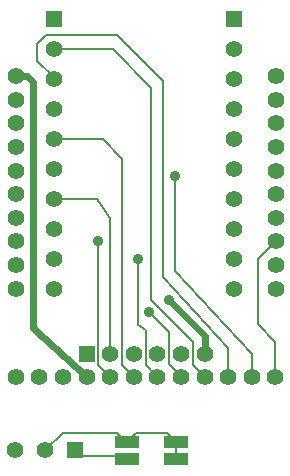
<source format=gbr>
%FSLAX46Y46*%
G04 Gerber Fmt 4.6, Leading zero omitted, Abs format (unit mm)*
G04 Created by KiCad (PCBNEW (2014-jul-16 BZR unknown)-product) date Sun 05 Oct 2014 14:00:23 CST*
%MOMM*%
G01*
G04 APERTURE LIST*
%ADD10C,0.100000*%
%ADD11R,1.397000X1.397000*%
%ADD12C,1.397000*%
%ADD13C,1.400000*%
%ADD14R,1.400000X1.400000*%
%ADD15R,2.000000X1.000000*%
%ADD16C,0.889000*%
%ADD17C,0.160000*%
%ADD18C,0.600000*%
%ADD19C,0.254000*%
G04 APERTURE END LIST*
D10*
D11*
X172720000Y-90170000D03*
D12*
X172720000Y-92710000D03*
X172720000Y-95250000D03*
X172720000Y-97790000D03*
X172720000Y-100330000D03*
X172720000Y-102870000D03*
X172720000Y-105410000D03*
X172720000Y-107950000D03*
X172720000Y-110490000D03*
X172720000Y-113030000D03*
D11*
X187960000Y-90170000D03*
D12*
X187960000Y-92710000D03*
X187960000Y-95250000D03*
X187960000Y-97790000D03*
X187960000Y-100330000D03*
X187960000Y-102870000D03*
X187960000Y-105410000D03*
X187960000Y-107950000D03*
X187960000Y-110490000D03*
X187960000Y-113030000D03*
D13*
X179500000Y-118500000D03*
X177500000Y-118500000D03*
D14*
X175500000Y-118500000D03*
D13*
X181500000Y-118500000D03*
X183500000Y-118500000D03*
X185500000Y-118500000D03*
X185500000Y-120500000D03*
X183500000Y-120500000D03*
X181500000Y-120500000D03*
X179500000Y-120500000D03*
X177500000Y-120500000D03*
X175500000Y-120500000D03*
X191500000Y-120500000D03*
X189500000Y-120500000D03*
X187500000Y-120500000D03*
X173500000Y-120500000D03*
X171500000Y-120500000D03*
X169500000Y-120500000D03*
D11*
X174540000Y-126700000D03*
D12*
X172000000Y-126700000D03*
X169460000Y-126700000D03*
X191500740Y-95000000D03*
X191500740Y-103001000D03*
X191500740Y-106998960D03*
X191500740Y-104999980D03*
X191500740Y-99000500D03*
X191500740Y-100999480D03*
X191500740Y-96998980D03*
X191500740Y-110999460D03*
X191500740Y-113000980D03*
X191500740Y-109000480D03*
X169499260Y-109000480D03*
X169499260Y-113000980D03*
X169499260Y-110999460D03*
X169499260Y-96998980D03*
X169499260Y-100999480D03*
X169499260Y-99000500D03*
X169499260Y-104999980D03*
X169499260Y-106998960D03*
X169499260Y-103001000D03*
X169499260Y-95000000D03*
D15*
X178900000Y-126000000D03*
X178900000Y-127400000D03*
X183100000Y-126000000D03*
X183100000Y-127400000D03*
D16*
X183000000Y-103500000D03*
X179900000Y-110500000D03*
X182500000Y-114000000D03*
X176500000Y-109000000D03*
X180800000Y-115000000D03*
D17*
X173500000Y-125200000D02*
X178100000Y-125200000D01*
X172000000Y-126700000D02*
X173500000Y-125200000D01*
X178100000Y-125200000D02*
X178900000Y-126000000D01*
X179700000Y-125200000D02*
X182300000Y-125200000D01*
X178900000Y-126000000D02*
X179700000Y-125200000D01*
X182300000Y-125200000D02*
X183100000Y-126000000D01*
X183100000Y-126000000D02*
X183100000Y-127400000D01*
X174900000Y-127200000D02*
X174540000Y-126700000D01*
X178900000Y-127200000D02*
X174900000Y-127200000D01*
D18*
X169499260Y-95000000D02*
X170500000Y-95000000D01*
X171000000Y-95500000D02*
X170500000Y-95000000D01*
X171000000Y-116300000D02*
X171000000Y-95500000D01*
X171000000Y-116300000D02*
X175500000Y-120500000D01*
D17*
X184500000Y-119000000D02*
X184500000Y-119500000D01*
X184500000Y-119500000D02*
X185500000Y-120500000D01*
X184500000Y-119000000D02*
X184500000Y-117500000D01*
X184500000Y-117500000D02*
X181000000Y-114000000D01*
X181000000Y-114000000D02*
X181000000Y-113000000D01*
X172720000Y-92710000D02*
X177710000Y-92710000D01*
X181000000Y-96000000D02*
X177710000Y-92710000D01*
X181000000Y-113000000D02*
X181000000Y-96000000D01*
D19*
X172720000Y-95250000D02*
X172720000Y-95120000D01*
D17*
X172720000Y-95120000D02*
X171300000Y-93700000D01*
X187500000Y-118000000D02*
X187500000Y-120500000D01*
X182000000Y-112000000D02*
X182000000Y-97000000D01*
X187500000Y-118000000D02*
X182000000Y-112000000D01*
X182000000Y-95400000D02*
X182000000Y-97000000D01*
X178100000Y-91500000D02*
X182000000Y-95400000D01*
X172100000Y-91500000D02*
X178100000Y-91500000D01*
X171300000Y-92300000D02*
X172100000Y-91500000D01*
X171300000Y-93700000D02*
X171300000Y-92300000D01*
X189500000Y-120000000D02*
X189500000Y-118500000D01*
X183000000Y-111500000D02*
X183000000Y-103500000D01*
X189500000Y-118500000D02*
X183000000Y-111500000D01*
X178500000Y-119000000D02*
X178500000Y-119500000D01*
X178500000Y-119500000D02*
X179500000Y-120500000D01*
X178500000Y-119000000D02*
X178500000Y-102000000D01*
X178500000Y-102000000D02*
X176900000Y-100300000D01*
X172790000Y-100300000D02*
X176900000Y-100300000D01*
X177500000Y-118500000D02*
X177500000Y-107000000D01*
X177500000Y-107000000D02*
X176410000Y-105410000D01*
X176410000Y-105410000D02*
X172720000Y-105410000D01*
X180500000Y-119000000D02*
X180500000Y-119500000D01*
X180500000Y-119500000D02*
X181500000Y-120500000D01*
X180500000Y-119000000D02*
X180500000Y-116500000D01*
X180500000Y-116500000D02*
X179900000Y-116100000D01*
X179900000Y-116100000D02*
X179900000Y-110500000D01*
D18*
X182500000Y-114000000D02*
X184500000Y-116000000D01*
X185500000Y-118500000D02*
X185500000Y-117000000D01*
X185500000Y-117000000D02*
X184500000Y-116000000D01*
D17*
X176500000Y-119000000D02*
X176500000Y-119500000D01*
X176500000Y-119500000D02*
X177500000Y-120500000D01*
X176500000Y-119000000D02*
X176500000Y-109000000D01*
X183600000Y-120500000D02*
X182500000Y-119400000D01*
X182500000Y-119400000D02*
X182500000Y-116700000D01*
X182500000Y-116700000D02*
X180800000Y-115000000D01*
X191500000Y-120000000D02*
X191500000Y-117500000D01*
X190000000Y-110501220D02*
X191500740Y-109000480D01*
X190000000Y-116000000D02*
X190000000Y-110501220D01*
X191500000Y-117500000D02*
X190000000Y-116000000D01*
M02*

</source>
